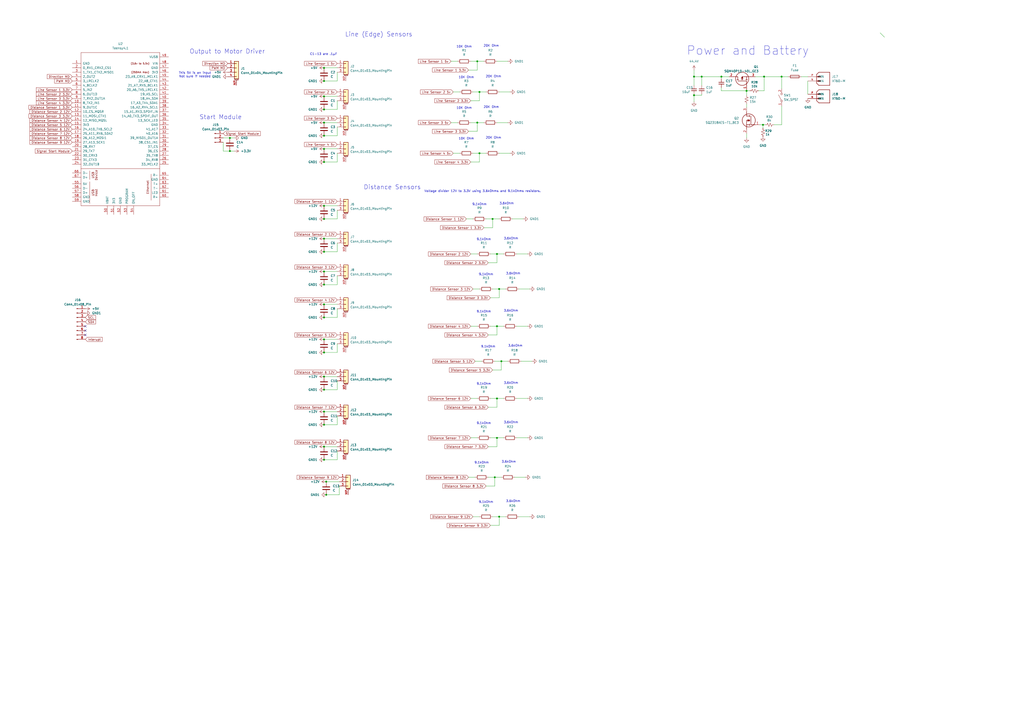
<source format=kicad_sch>
(kicad_sch (version 20231120) (generator "eeschema") (generator_version "8.0")
  (paper "A2")
  (junction (at 288.29 147.32))
  (junction (at 285.75 127))
  (junction (at 187.96 63.5))
  (junction (at 187.96 226.06))
  (junction (at 402.59 44.45))
  (junction (at 189.23 279.4))
  (junction (at 453.39 44.45))
  (junction (at 187.96 138.43))
  (junction (at 187.96 218.44))
  (junction (at 187.96 93.98))
  (junction (at 189.23 287.02))
  (junction (at 402.59 55.245))
  (junction (at 288.29 189.23))
  (junction (at 276.86 71.12))
  (junction (at 187.96 39.37))
  (junction (at 133.35 80.01))
  (junction (at 433.07 52.705))
  (junction (at 276.86 35.56))
  (junction (at 187.96 266.7))
  (junction (at 187.96 184.15))
  (junction (at 133.35 87.63))
  (junction (at 443.23 44.45))
  (junction (at 187.96 119.38))
  (junction (at 187.96 78.74))
  (junction (at 289.56 167.64))
  (junction (at 287.02 276.86))
  (junction (at 187.96 157.48))
  (junction (at 187.96 196.85))
  (junction (at 289.56 299.72))
  (junction (at 187.96 86.36))
  (junction (at 288.29 254))
  (junction (at 407.035 44.45))
  (junction (at 187.96 127))
  (junction (at 187.96 238.76))
  (junction (at 187.96 246.38))
  (junction (at 187.96 165.1))
  (junction (at 187.96 46.99))
  (junction (at 187.96 146.05))
  (junction (at 187.96 71.12))
  (junction (at 187.96 55.88))
  (junction (at 288.29 231.14))
  (junction (at 418.465 44.45))
  (junction (at 278.13 88.9))
  (junction (at 442.595 72.39))
  (junction (at 290.83 209.55))
  (junction (at 187.96 176.53))
  (junction (at 187.96 204.47))
  (junction (at 278.13 53.34))
  (junction (at 187.96 259.08))
  (no_connect (at 49.53 189.23))
  (no_connect (at 49.53 194.31))
  (no_connect (at 49.53 191.77))
  (bus_entry (at 510.54 19.05) (size 2.54 2.54))
  (wire (pts (xy 288.29 147.32) (xy 288.29 152.4)))
  (wire (pts (xy 289.56 53.34) (xy 295.91 53.34)))
  (wire (pts (xy 278.13 88.9) (xy 278.13 93.98)))
  (wire (pts (xy 195.58 121.92) (xy 195.58 127)))
  (wire (pts (xy 407.035 44.45) (xy 402.59 44.45)))
  (wire (pts (xy 261.62 71.12) (xy 265.43 71.12)))
  (wire (pts (xy 270.51 127) (xy 274.32 127)))
  (wire (pts (xy 273.05 35.56) (xy 276.86 35.56)))
  (wire (pts (xy 418.465 44.45) (xy 418.465 45.72)))
  (wire (pts (xy 187.96 55.88) (xy 195.58 55.88)))
  (wire (pts (xy 299.72 231.14) (xy 306.07 231.14)))
  (wire (pts (xy 275.59 209.55) (xy 279.4 209.55)))
  (wire (pts (xy 187.96 196.85) (xy 195.58 196.85)))
  (wire (pts (xy 289.56 167.64) (xy 289.56 172.72)))
  (wire (pts (xy 402.59 55.245) (xy 402.59 59.055)))
  (wire (pts (xy 278.13 53.34) (xy 278.13 58.42)))
  (wire (pts (xy 273.05 189.23) (xy 276.86 189.23)))
  (wire (pts (xy 276.86 35.56) (xy 280.67 35.56)))
  (wire (pts (xy 299.72 147.32) (xy 306.07 147.32)))
  (wire (pts (xy 290.83 214.63) (xy 285.75 214.63)))
  (wire (pts (xy 284.48 147.32) (xy 288.29 147.32)))
  (wire (pts (xy 285.75 299.72) (xy 289.56 299.72)))
  (wire (pts (xy 284.48 189.23) (xy 288.29 189.23)))
  (wire (pts (xy 133.35 80.01) (xy 129.54 80.01)))
  (wire (pts (xy 262.89 53.34) (xy 266.7 53.34)))
  (wire (pts (xy 261.62 35.56) (xy 265.43 35.56)))
  (wire (pts (xy 464.82 44.45) (xy 468.63 44.45)))
  (wire (pts (xy 195.58 179.07) (xy 195.58 184.15)))
  (wire (pts (xy 195.58 93.98) (xy 187.96 93.98)))
  (wire (pts (xy 187.96 119.38) (xy 195.58 119.38)))
  (wire (pts (xy 288.29 236.22) (xy 283.21 236.22)))
  (wire (pts (xy 278.13 58.42) (xy 273.05 58.42)))
  (wire (pts (xy 189.23 279.4) (xy 196.85 279.4)))
  (wire (pts (xy 281.94 127) (xy 285.75 127)))
  (wire (pts (xy 133.35 87.63) (xy 135.89 87.63)))
  (wire (pts (xy 290.83 209.55) (xy 294.64 209.55)))
  (wire (pts (xy 274.32 167.64) (xy 278.13 167.64)))
  (wire (pts (xy 300.99 167.64) (xy 307.34 167.64)))
  (wire (pts (xy 283.21 276.86) (xy 287.02 276.86)))
  (wire (pts (xy 278.13 53.34) (xy 281.94 53.34)))
  (wire (pts (xy 418.465 44.45) (xy 407.035 44.45)))
  (wire (pts (xy 187.96 71.12) (xy 195.58 71.12)))
  (wire (pts (xy 288.29 194.31) (xy 283.21 194.31)))
  (wire (pts (xy 274.32 53.34) (xy 278.13 53.34)))
  (wire (pts (xy 402.59 44.45) (xy 402.59 40.64)))
  (wire (pts (xy 195.58 140.97) (xy 195.58 146.05)))
  (wire (pts (xy 402.59 54.61) (xy 402.59 55.245)))
  (wire (pts (xy 195.58 73.66) (xy 195.58 78.74)))
  (wire (pts (xy 288.29 189.23) (xy 292.1 189.23)))
  (wire (pts (xy 289.56 167.64) (xy 293.37 167.64)))
  (wire (pts (xy 438.15 44.45) (xy 443.23 44.45)))
  (wire (pts (xy 285.75 127) (xy 285.75 132.08)))
  (wire (pts (xy 288.29 254) (xy 288.29 259.08)))
  (wire (pts (xy 187.96 39.37) (xy 195.58 39.37)))
  (wire (pts (xy 418.465 52.705) (xy 433.07 52.705)))
  (wire (pts (xy 196.85 281.94) (xy 196.85 287.02)))
  (wire (pts (xy 453.39 72.39) (xy 453.39 61.595)))
  (wire (pts (xy 448.945 72.39) (xy 453.39 72.39)))
  (wire (pts (xy 299.72 254) (xy 306.07 254)))
  (wire (pts (xy 289.56 304.8) (xy 284.48 304.8)))
  (wire (pts (xy 195.58 246.38) (xy 187.96 246.38)))
  (wire (pts (xy 187.96 176.53) (xy 195.58 176.53)))
  (wire (pts (xy 453.39 51.435) (xy 453.39 44.45)))
  (wire (pts (xy 288.29 254) (xy 292.1 254)))
  (wire (pts (xy 273.05 254) (xy 276.86 254)))
  (wire (pts (xy 129.54 82.55) (xy 129.54 87.63)))
  (wire (pts (xy 196.85 287.02) (xy 189.23 287.02)))
  (wire (pts (xy 287.02 276.86) (xy 287.02 281.94)))
  (wire (pts (xy 299.72 189.23) (xy 306.07 189.23)))
  (wire (pts (xy 274.32 88.9) (xy 278.13 88.9)))
  (wire (pts (xy 287.02 276.86) (xy 290.83 276.86)))
  (wire (pts (xy 407.035 55.245) (xy 402.59 55.245)))
  (wire (pts (xy 195.58 63.5) (xy 187.96 63.5)))
  (wire (pts (xy 195.58 204.47) (xy 187.96 204.47)))
  (wire (pts (xy 195.58 266.7) (xy 187.96 266.7)))
  (wire (pts (xy 443.23 44.45) (xy 453.39 44.45)))
  (wire (pts (xy 195.58 220.98) (xy 195.58 226.06)))
  (wire (pts (xy 453.39 44.45) (xy 457.2 44.45)))
  (wire (pts (xy 262.89 88.9) (xy 266.7 88.9)))
  (wire (pts (xy 284.48 231.14) (xy 288.29 231.14)))
  (wire (pts (xy 289.56 299.72) (xy 289.56 304.8)))
  (wire (pts (xy 129.54 87.63) (xy 133.35 87.63)))
  (wire (pts (xy 288.29 147.32) (xy 292.1 147.32)))
  (wire (pts (xy 288.29 189.23) (xy 288.29 194.31)))
  (wire (pts (xy 195.58 46.99) (xy 187.96 46.99)))
  (wire (pts (xy 187.96 86.36) (xy 195.58 86.36)))
  (wire (pts (xy 433.07 52.705) (xy 433.07 55.245)))
  (wire (pts (xy 274.32 299.72) (xy 278.13 299.72)))
  (wire (pts (xy 440.055 52.705) (xy 443.23 52.705)))
  (wire (pts (xy 289.56 88.9) (xy 295.91 88.9)))
  (wire (pts (xy 278.13 93.98) (xy 273.05 93.98)))
  (wire (pts (xy 195.58 41.91) (xy 195.58 46.99)))
  (wire (pts (xy 288.29 259.08) (xy 283.21 259.08)))
  (wire (pts (xy 288.29 152.4) (xy 283.21 152.4)))
  (wire (pts (xy 302.26 209.55) (xy 308.61 209.55)))
  (wire (pts (xy 273.05 231.14) (xy 276.86 231.14)))
  (wire (pts (xy 278.13 88.9) (xy 281.94 88.9)))
  (wire (pts (xy 187.96 157.48) (xy 195.58 157.48)))
  (wire (pts (xy 287.02 281.94) (xy 281.94 281.94)))
  (wire (pts (xy 407.035 44.45) (xy 407.035 49.53)))
  (wire (pts (xy 407.035 54.61) (xy 407.035 55.245)))
  (wire (pts (xy 187.96 138.43) (xy 195.58 138.43)))
  (wire (pts (xy 285.75 167.64) (xy 289.56 167.64)))
  (wire (pts (xy 443.23 52.705) (xy 443.23 44.45)))
  (wire (pts (xy 288.29 71.12) (xy 294.64 71.12)))
  (wire (pts (xy 187.96 238.76) (xy 195.58 238.76)))
  (wire (pts (xy 297.18 127) (xy 303.53 127)))
  (wire (pts (xy 285.75 132.08) (xy 280.67 132.08)))
  (wire (pts (xy 195.58 199.39) (xy 195.58 204.47)))
  (wire (pts (xy 402.59 49.53) (xy 402.59 44.45)))
  (wire (pts (xy 418.465 50.8) (xy 418.465 52.705)))
  (wire (pts (xy 289.56 299.72) (xy 293.37 299.72)))
  (wire (pts (xy 187.96 218.44) (xy 195.58 218.44)))
  (wire (pts (xy 195.58 146.05) (xy 187.96 146.05)))
  (wire (pts (xy 288.29 231.14) (xy 292.1 231.14)))
  (wire (pts (xy 195.58 184.15) (xy 187.96 184.15)))
  (wire (pts (xy 195.58 88.9) (xy 195.58 93.98)))
  (wire (pts (xy 442.595 72.39) (xy 442.595 74.295)))
  (wire (pts (xy 271.78 276.86) (xy 275.59 276.86)))
  (wire (pts (xy 300.99 299.72) (xy 307.34 299.72)))
  (wire (pts (xy 422.91 44.45) (xy 418.465 44.45)))
  (wire (pts (xy 433.07 60.325) (xy 433.07 62.23)))
  (wire (pts (xy 195.58 78.74) (xy 187.96 78.74)))
  (wire (pts (xy 195.58 165.1) (xy 187.96 165.1)))
  (wire (pts (xy 289.56 172.72) (xy 284.48 172.72)))
  (wire (pts (xy 276.86 35.56) (xy 276.86 40.64)))
  (wire (pts (xy 195.58 160.02) (xy 195.58 165.1)))
  (wire (pts (xy 288.29 35.56) (xy 294.64 35.56)))
  (wire (pts (xy 298.45 276.86) (xy 304.8 276.86)))
  (wire (pts (xy 195.58 226.06) (xy 187.96 226.06)))
  (wire (pts (xy 195.58 261.62) (xy 195.58 266.7)))
  (wire (pts (xy 276.86 71.12) (xy 276.86 76.2)))
  (wire (pts (xy 468.63 46.99) (xy 468.63 54.61)))
  (wire (pts (xy 433.07 52.705) (xy 434.975 52.705)))
  (wire (pts (xy 187.96 259.08) (xy 195.58 259.08)))
  (wire (pts (xy 433.07 52.07) (xy 433.07 52.705)))
  (wire (pts (xy 133.35 80.01) (xy 135.89 80.01)))
  (wire (pts (xy 195.58 127) (xy 187.96 127)))
  (wire (pts (xy 195.58 241.3) (xy 195.58 246.38)))
  (wire (pts (xy 195.58 58.42) (xy 195.58 63.5)))
  (wire (pts (xy 276.86 71.12) (xy 280.67 71.12)))
  (wire (pts (xy 276.86 40.64) (xy 271.78 40.64)))
  (wire (pts (xy 440.69 72.39) (xy 442.595 72.39)))
  (wire (pts (xy 287.02 209.55) (xy 290.83 209.55)))
  (wire (pts (xy 442.595 72.39) (xy 443.865 72.39)))
  (wire (pts (xy 276.86 76.2) (xy 271.78 76.2)))
  (wire (pts (xy 273.05 147.32) (xy 276.86 147.32)))
  (wire (pts (xy 273.05 71.12) (xy 276.86 71.12)))
  (wire (pts (xy 284.48 254) (xy 288.29 254)))
  (wire (pts (xy 285.75 127) (xy 289.56 127)))
  (wire (pts (xy 290.83 209.55) (xy 290.83 214.63)))
  (wire (pts (xy 433.07 77.47) (xy 433.07 80.01)))
  (wire (pts (xy 288.29 231.14) (xy 288.29 236.22)))
  (text "Output to Motor Driver" (at 131.826 29.972 0) (effects (font (size 2.54 2.54))))
  (text "This 5V is an input\nNot sure if needed" (at 113.03 43.434 0) (effects (font (size 1.27 1.27))))
  (text "3.6kOhm" (at 296.418 138.43 0) (effects (font (size 1.27 1.27))))
  (text "9.1kOhm" (at 280.67 245.618 0) (effects (font (size 1.27 1.27))))
  (text "20K Ohm" (at 284.988 26.67 0) (effects (font (size 1.27 1.27))))
  (text "Power and Battery\n" (at 433.832 29.464 0) (effects (font (size 5.08 5.08))))
  (text "9.1kOhm" (at 283.21 201.168 0) (effects (font (size 1.27 1.27))))
  (text "3.6kOhm" (at 293.878 118.11 0) (effects (font (size 1.27 1.27))))
  (text "9.1kOhm" (at 280.67 180.848 0) (effects (font (size 1.27 1.27))))
  (text "9.1kOhm" (at 281.94 291.338 0) (effects (font (size 1.27 1.27))))
  (text "3.6kOhm" (at 297.688 290.83 0) (effects (font (size 1.27 1.27))))
  (text "3.6kOhm" (at 297.688 158.75 0) (effects (font (size 1.27 1.27))))
  (text "9.1kOhm" (at 278.13 118.618 0) (effects (font (size 1.27 1.27))))
  (text "Start Module" (at 128.016 68.072 0) (effects (font (size 2.54 2.54))))
  (text "3.6kOhm" (at 296.418 180.34 0) (effects (font (size 1.27 1.27))))
  (text "9.1kOhm" (at 280.67 222.758 0) (effects (font (size 1.27 1.27))))
  (text "9.1kOhm" (at 280.67 138.938 0) (effects (font (size 1.27 1.27))))
  (text "10K Ohm" (at 269.24 27.178 0) (effects (font (size 1.27 1.27))))
  (text "10K Ohm" (at 270.51 80.518 0) (effects (font (size 1.27 1.27))))
  (text "Distance Sensors" (at 227.584 108.712 0) (effects (font (size 2.54 2.54))))
  (text "C1-13 are .1µF" (at 187.706 31.496 0) (effects (font (size 1.27 1.27))))
  (text "10K Ohm" (at 269.24 62.738 0) (effects (font (size 1.27 1.27))))
  (text "3.6kOhm" (at 295.148 267.97 0) (effects (font (size 1.27 1.27))))
  (text "20K Ohm" (at 286.258 44.45 0) (effects (font (size 1.27 1.27))))
  (text "20K Ohm" (at 286.258 80.01 0) (effects (font (size 1.27 1.27))))
  (text "Voltage divider 12V to 3.3V using 3.6kOhms and 9.1kOhms resistors.\n" (at 279.908 110.998 0) (effects (font (size 1.27 1.27))))
  (text "20K Ohm" (at 284.988 62.23 0) (effects (font (size 1.27 1.27))))
  (text "3.6kOhm" (at 298.958 200.66 0) (effects (font (size 1.27 1.27))))
  (text "10K Ohm" (at 270.51 44.958 0) (effects (font (size 1.27 1.27))))
  (text "9.1kOhm" (at 279.4 268.478 0) (effects (font (size 1.27 1.27))))
  (text "Line (Edge) Sensors" (at 219.71 20.066 0) (effects (font (size 2.54 2.54))))
  (text "9.1kOhm" (at 281.94 159.258 0) (effects (font (size 1.27 1.27))))
  (text "3.6kOhm" (at 296.418 245.11 0) (effects (font (size 1.27 1.27))))
  (text "3.6kOhm" (at 296.418 222.25 0) (effects (font (size 1.27 1.27))))
  (global_label "Distance Sensor 9 3.3V" (shape input) (at 284.48 304.8 180) (property "Intersheetrefs" "${INTERSHEET_REFS}" (effects (hide yes))))
  (global_label "Line Sensor 2 3.3V" (shape input) (at 41.91 54.61 180) (property "Intersheetrefs" "${INTERSHEET_REFS}" (effects (hide yes))))
  (global_label "Distance Sensor 4 3.3V" (shape input) (at 283.21 194.31 180) (property "Intersheetrefs" "${INTERSHEET_REFS}" (effects (hide yes))))
  (global_label "Distance Sensor 7 12V" (shape input) (at 41.91 77.47 180) (property "Intersheetrefs" "${INTERSHEET_REFS}" (effects (hide yes))))
  (global_label "Distance Sensor 3 3.3V" (shape input) (at 284.48 172.72 180) (property "Intersheetrefs" "${INTERSHEET_REFS}" (effects (hide yes))))
  (global_label "Distance Sensor 4 12V" (shape input) (at 273.05 189.23 180) (property "Intersheetrefs" "${INTERSHEET_REFS}" (effects (hide yes))))
  (global_label "Line Sensor 4 5v" (shape input) (at 195.58 83.82 180) (property "Intersheetrefs" "${INTERSHEET_REFS}" (effects (hide yes))))
  (global_label "Distance Sensor 2 3.3V" (shape input) (at 283.21 152.4 180) (property "Intersheetrefs" "${INTERSHEET_REFS}" (effects (hide yes))))
  (global_label "Distance Sensor 2 12V" (shape input) (at 273.05 147.32 180) (property "Intersheetrefs" "${INTERSHEET_REFS}" (effects (hide yes))))
  (global_label "Line Sensor 3 3.3V" (shape input) (at 271.78 76.2 180) (property "Intersheetrefs" "${INTERSHEET_REFS}" (effects (hide yes))))
  (global_label "SCL" (shape input) (at 49.53 184.15 0) (property "Intersheetrefs" "${INTERSHEET_REFS}" (effects (hide yes))))
  (global_label "Distance Sensor 1 3.3V" (shape input) (at 280.67 132.08 180) (property "Intersheetrefs" "${INTERSHEET_REFS}" (effects (hide yes))))
  (global_label "Line Sensor 1 3.3V" (shape input) (at 41.91 52.07 180) (property "Intersheetrefs" "${INTERSHEET_REFS}" (effects (hide yes))))
  (global_label "Line Sensor 3 3.3V" (shape input) (at 41.91 57.15 180) (property "Intersheetrefs" "${INTERSHEET_REFS}" (effects (hide yes))))
  (global_label "Distance Sensor 5 12V" (shape input) (at 41.91 72.39 180) (property "Intersheetrefs" "${INTERSHEET_REFS}" (effects (hide yes))))
  (global_label "Line Sensor 1 5v" (shape input) (at 195.58 36.83 180) (property "Intersheetrefs" "${INTERSHEET_REFS}" (effects (hide yes))))
  (global_label "Distance Sensor 9 12V" (shape input) (at 196.85 276.86 180) (property "Intersheetrefs" "${INTERSHEET_REFS}" (effects (hide yes))))
  (global_label "Distance Sensor 9 12V" (shape input) (at 41.91 82.55 180) (property "Intersheetrefs" "${INTERSHEET_REFS}" (effects (hide yes))))
  (global_label "Distance Sensor 8 3.3V" (shape input) (at 281.94 281.94 180) (property "Intersheetrefs" "${INTERSHEET_REFS}" (effects (hide yes))))
  (global_label "Line Sensor 4 3.3V" (shape input) (at 41.91 59.69 180) (property "Intersheetrefs" "${INTERSHEET_REFS}" (effects (hide yes))))
  (global_label "Distance Sensor 6 12V" (shape input) (at 273.05 231.14 180) (property "Intersheetrefs" "${INTERSHEET_REFS}" (effects (hide yes))))
  (global_label "Distance Sensor 7 12V" (shape input) (at 195.58 236.22 180) (property "Intersheetrefs" "${INTERSHEET_REFS}" (effects (hide yes))))
  (global_label "Line Sensor 4 5v" (shape input) (at 262.89 88.9 180) (property "Intersheetrefs" "${INTERSHEET_REFS}" (effects (hide yes))))
  (global_label "Distance Sensor 6 12V" (shape input) (at 41.91 74.93 180) (property "Intersheetrefs" "${INTERSHEET_REFS}" (effects (hide yes))))
  (global_label "Distance Sensor 2 12V" (shape input) (at 41.91 64.77 180) (property "Intersheetrefs" "${INTERSHEET_REFS}" (effects (hide yes))))
  (global_label "PWM MD" (shape input) (at 132.08 39.37 180) (property "Intersheetrefs" "${INTERSHEET_REFS}" (effects (hide yes))))
  (global_label "Distance Sensor 1 12V" (shape input) (at 270.51 127 180) (property "Intersheetrefs" "${INTERSHEET_REFS}" (effects (hide yes))))
  (global_label "Line Sensor 2 5v" (shape input) (at 195.58 53.34 180) (property "Intersheetrefs" "${INTERSHEET_REFS}" (effects (hide yes))))
  (global_label "Distance Sensor 8 12V" (shape input) (at 271.78 276.86 180) (property "Intersheetrefs" "${INTERSHEET_REFS}" (effects (hide yes))))
  (global_label "Distance Sensor 3 12V" (shape input) (at 274.32 167.64 180) (property "Intersheetrefs" "${INTERSHEET_REFS}" (effects (hide yes))))
  (global_label "Line Sensor 4 3.3V" (shape input) (at 273.05 93.98 180) (property "Intersheetrefs" "${INTERSHEET_REFS}" (effects (hide yes))))
  (global_label "Distance Sensor 8 12V" (shape input) (at 41.91 80.01 180) (property "Intersheetrefs" "${INTERSHEET_REFS}" (effects (hide yes))))
  (global_label "Line Sensor 1 5v" (shape input) (at 261.62 35.56 180) (property "Intersheetrefs" "${INTERSHEET_REFS}" (effects (hide yes))))
  (global_label "Line Sensor 1 3.3V" (shape input) (at 271.78 40.64 180) (property "Intersheetrefs" "${INTERSHEET_REFS}" (effects (hide yes))))
  (global_label "Distance Sensor 9 12V" (shape input) (at 274.32 299.72 180) (property "Intersheetrefs" "${INTERSHEET_REFS}" (effects (hide yes))))
  (global_label "Interupt" (shape input) (at 49.53 196.85 0) (property "Intersheetrefs" "${INTERSHEET_REFS}" (effects (hide yes))))
  (global_label "Distance Sensor 3 12V" (shape input) (at 195.58 154.94 180) (property "Intersheetrefs" "${INTERSHEET_REFS}" (effects (hide yes))))
  (global_label "Distance Sensor 7 12V" (shape input) (at 273.05 254 180) (property "Intersheetrefs" "${INTERSHEET_REFS}" (effects (hide yes))))
  (global_label "Distance Sensor 5 12V" (shape input) (at 275.59 209.55 180) (property "Intersheetrefs" "${INTERSHEET_REFS}" (effects (hide yes))))
  (global_label "SDA" (shape input) (at 49.53 186.69 0) (property "Intersheetrefs" "${INTERSHEET_REFS}" (effects (hide yes))))
  (global_label "Signal Start Module" (shape input) (at 41.91 87.63 180) (property "Intersheetrefs" "${INTERSHEET_REFS}" (effects (hide yes))))
  (global_label "Line Sensor 3 5v" (shape input) (at 195.58 68.58 180) (property "Intersheetrefs" "${INTERSHEET_REFS}" (effects (hide yes))))
  (global_label "Distance Sensor 5 12V" (shape input) (at 195.58 194.31 180) (property "Intersheetrefs" "${INTERSHEET_REFS}" (effects (hide yes))))
  (global_label "Line Sensor 2 3.3V" (shape input) (at 273.05 58.42 180) (property "Intersheetrefs" "${INTERSHEET_REFS}" (effects (hide yes))))
  (global_label "Distance Sensor 1 12V" (shape input) (at 195.58 116.84 180) (property "Intersheetrefs" "${INTERSHEET_REFS}" (effects (hide yes))))
  (global_label "Distance Sensor 7 3.3V" (shape input) (at 283.21 259.08 180) (property "Intersheetrefs" "${INTERSHEET_REFS}" (effects (hide yes))))
  (global_label "Distance Sensor 5 3.3V" (shape input) (at 285.75 214.63 180) (property "Intersheetrefs" "${INTERSHEET_REFS}" (effects (hide yes))))
  (global_label "Distance Sensor 4 12V" (shape input) (at 195.58 173.99 180) (property "Intersheetrefs" "${INTERSHEET_REFS}" (effects (hide yes))))
  (global_label "Distance Sensor 6 3.3V" (shape input) (at 283.21 236.22 180) (property "Intersheetrefs" "${INTERSHEET_REFS}" (effects (hide yes))))
  (global_label "Direction MD" (shape input) (at 41.91 44.45 180) (property "Intersheetrefs" "${INTERSHEET_REFS}" (effects (hide yes))))
  (global_label "Distance Sensor 1 3.3V" (shape input) (at 41.91 62.23 180) (property "Intersheetrefs" "${INTERSHEET_REFS}" (effects (hide yes))))
  (global_label "Distance Sensor 4 12V" (shape input) (at 41.91 69.85 180) (property "Intersheetrefs" "${INTERSHEET_REFS}" (effects (hide yes))))
  (global_label "Direction MD" (shape input) (at 132.08 36.83 180) (property "Intersheetrefs" "${INTERSHEET_REFS}" (effects (hide yes))))
  (global_label "Distance Sensor 3 3.3V" (shape input) (at 41.91 67.31 180) (property "Intersheetrefs" "${INTERSHEET_REFS}" (effects (hide yes))))
  (global_label "Distance Sensor 6 12V" (shape input) (at 195.58 215.9 180) (property "Intersheetrefs" "${INTERSHEET_REFS}" (effects (hide yes))))
  (global_label "Distance Sensor 8 12V" (shape input) (at 195.58 256.54 180) (property "Intersheetrefs" "${INTERSHEET_REFS}" (effects (hide yes))))
  (global_label "Distance Sensor 2 12V" (shape input) (at 195.58 135.89 180) (property "Intersheetrefs" "${INTERSHEET_REFS}" (effects (hide yes))))
  (global_label "Signal Start Module" (shape input) (at 129.54 77.47 0) (property "Intersheetrefs" "${INTERSHEET_REFS}" (effects (hide yes))))
  (global_label "Line Sensor 2 5v" (shape input) (at 262.89 53.34 180) (property "Intersheetrefs" "${INTERSHEET_REFS}" (effects (hide yes))))
  (global_label "Line Sensor 3 5v" (shape input) (at 261.62 71.12 180) (property "Intersheetrefs" "${INTERSHEET_REFS}" (effects (hide yes))))
  (global_label "PWM MD" (shape input) (at 41.91 46.99 180) (property "Intersheetrefs" "${INTERSHEET_REFS}" (effects (hide yes))))
  (symbol (lib_id "Device:C") (at 133.35 83.82 180) (unit 1)
    (property "Reference" "C14" (at 137.16 82.5499 0) (effects (justify right)))
    (property "Value" "C" (at 137.16 85.0899 0) (effects (justify right)))
    (property "Description" "Unpolarized capacitor" (effects (hide yes)))
  )
  (symbol (lib_id "Connector_Generic_MountingPin:Conn_01x03_MountingPin") (at 201.93 279.4 0) (unit 1)
    (property "Reference" "J14" (at 204.47 278.4855 0) (effects (justify left)))
    (property "Value" "Conn_01x03_MountingPin" (at 204.47 281.0255 0) (effects (justify left)))
    (property "Description" "Generic connectable mounting pin connector, single row, 01x03, script generated (kicad-library-utils/schlib/autogen/connector/)" (effects (hide yes)))
  )
  (symbol (lib_id "power:+12V") (at 187.96 238.76 90) (unit 1)
    (property "Reference" "#PWR027" (effects (hide yes)))
    (property "Value" "+12V" (at 184.15 238.7599 90) (effects (justify left)))
    (property "Description" "Power symbol creates a global label with name \"+12V\"" (effects (hide yes)))
  )
  (symbol (lib_id "power:GND1") (at 295.91 88.9 90) (unit 1)
    (property "Reference" "#PWR014" (effects (hide yes)))
    (property "Value" "GND1" (at 299.72 88.8999 90) (effects (justify right)))
    (property "Description" "Power symbol creates a global label with name \"GND1\" , ground" (effects (hide yes)))
  )
  (symbol (lib_id "Connector_Generic_MountingPin:Conn_01x03_MountingPin") (at 200.66 71.12 0) (unit 1)
    (property "Reference" "J4" (at 203.2 70.2055 0) (effects (justify left)))
    (property "Value" "Conn_01x03_MountingPin" (at 203.2 72.7455 0) (effects (justify left)))
    (property "Description" "Generic connectable mounting pin connector, single row, 01x03, script generated (kicad-library-utils/schlib/autogen/connector/)" (effects (hide yes)))
  )
  (symbol (lib_id "power:GND1") (at 304.8 276.86 90) (unit 1)
    (property "Reference" "#PWR040" (effects (hide yes)))
    (property "Value" "GND1" (at 308.61 276.8599 90) (effects (justify right)))
    (property "Description" "Power symbol creates a global label with name \"GND1\" , ground" (effects (hide yes)))
  )
  (symbol (lib_id "Device:R") (at 294.64 276.86 90) (unit 1)
    (property "Reference" "R24" (at 294.64 270.51 90))
    (property "Value" "R" (at 294.64 273.05 90))
    (property "Description" "Resistor" (effects (hide yes)))
  )
  (symbol (lib_id "Device:R") (at 298.45 209.55 90) (unit 1)
    (property "Reference" "R18" (at 298.45 203.2 90))
    (property "Value" "R" (at 298.45 205.74 90))
    (property "Description" "Resistor" (effects (hide yes)))
  )
  (symbol (lib_id "Device:R") (at 295.91 231.14 90) (unit 1)
    (property "Reference" "R20" (at 295.91 224.79 90))
    (property "Value" "R" (at 295.91 227.33 90))
    (property "Description" "Resistor" (effects (hide yes)))
  )
  (symbol (lib_id "Device:R") (at 295.91 254 90) (unit 1)
    (property "Reference" "R22" (at 295.91 247.65 90))
    (property "Value" "R" (at 295.91 250.19 90))
    (property "Description" "Resistor" (effects (hide yes)))
  )
  (symbol (lib_id "Device:C_Small") (at 418.465 48.26 0) (unit 1)
    (property "Reference" "C17" (at 421.005 46.9963 0) (effects (justify left)))
    (property "Value" "1uF" (at 421.005 49.5363 0) (effects (justify left)))
    (property "Footprint" "Capacitor_SMD:C_0805_2012Metric_Pad1.18x1.45mm_HandSolder" (effects (hide yes)))
  )
  (symbol (lib_id "power:GND1") (at 187.96 46.99 270) (unit 1)
    (property "Reference" "#PWR04" (effects (hide yes)))
    (property "Value" "GND1" (at 184.15 46.9899 90) (effects (justify right)))
    (property "Description" "Power symbol creates a global label with name \"GND1\" , ground" (effects (hide yes)))
  )
  (symbol (lib_id "Device:C") (at 187.96 161.29 0) (unit 1)
    (property "Reference" "C7" (at 191.77 160.0199 0) (effects (justify left)))
    (property "Value" "C" (at 191.77 162.5599 0) (effects (justify left)))
    (property "Description" "Unpolarized capacitor" (effects (hide yes)))
  )
  (symbol (lib_id "Connector_Generic_MountingPin:Conn_01x03_MountingPin") (at 200.66 39.37 0) (unit 1)
    (property "Reference" "J2" (at 203.2 38.4555 0) (effects (justify left)))
    (property "Value" "Conn_01x03_MountingPin" (at 203.2 40.9955 0) (effects (justify left)))
    (property "Description" "Generic connectable mounting pin connector, single row, 01x03, script generated (kicad-library-utils/schlib/autogen/connector/)" (effects (hide yes)))
  )
  (symbol (lib_id "Device:C") (at 187.96 222.25 0) (unit 1)
    (property "Reference" "C10" (at 191.77 220.9799 0) (effects (justify left)))
    (property "Value" "C" (at 191.77 223.5199 0) (effects (justify left)))
    (property "Description" "Unpolarized capacitor" (effects (hide yes)))
  )
  (symbol (lib_id "Device:R") (at 269.24 35.56 90) (unit 1)
    (property "Reference" "R1" (at 269.24 29.21 90))
    (property "Value" "R" (at 269.24 31.75 90))
    (property "Description" "Resistor" (effects (hide yes)))
  )
  (symbol (lib_id "power:GND1") (at 306.07 231.14 90) (unit 1)
    (property "Reference" "#PWR038" (effects (hide yes)))
    (property "Value" "GND1" (at 309.88 231.1399 90) (effects (justify right)))
    (property "Description" "Power symbol creates a global label with name \"GND1\" , ground" (effects (hide yes)))
  )
  (symbol (lib_id "Connector_Generic_MountingPin:Conn_01x03_MountingPin") (at 200.66 176.53 0) (unit 1)
    (property "Reference" "J9" (at 203.2 175.6155 0) (effects (justify left)))
    (property "Value" "Conn_01x03_MountingPin" (at 203.2 178.1555 0) (effects (justify left)))
    (property "Description" "Generic connectable mounting pin connector, single row, 01x03, script generated (kicad-library-utils/schlib/autogen/connector/)" (effects (hide yes)))
  )
  (symbol (lib_id "Device:R") (at 278.13 127 90) (unit 1)
    (property "Reference" "R9" (at 278.13 120.65 90))
    (property "Value" "R" (at 278.13 123.19 90))
    (property "Description" "Resistor" (effects (hide yes)))
  )
  (symbol (lib_id "Device:C") (at 187.96 200.66 0) (unit 1)
    (property "Reference" "C9" (at 191.77 199.3899 0) (effects (justify left)))
    (property "Value" "C" (at 191.77 201.9299 0) (effects (justify left)))
    (property "Description" "Unpolarized capacitor" (effects (hide yes)))
  )
  (symbol (lib_id "Device:R") (at 285.75 88.9 90) (unit 1)
    (property "Reference" "R8" (at 285.75 82.55 90))
    (property "Value" "R" (at 285.75 85.09 90))
    (property "Description" "Resistor" (effects (hide yes)))
  )
  (symbol (lib_id "power:+12V") (at 187.96 119.38 90) (unit 1)
    (property "Reference" "#PWR015" (effects (hide yes)))
    (property "Value" "+12V" (at 184.15 119.3799 90) (effects (justify left)))
    (property "Description" "Power symbol creates a global label with name \"+12V\"" (effects (hide yes)))
  )
  (symbol (lib_id "Connector_Generic_MountingPin:Conn_01x03_MountingPin") (at 200.66 218.44 0) (unit 1)
    (property "Reference" "J11" (at 203.2 217.5255 0) (effects (justify left)))
    (property "Value" "Conn_01x03_MountingPin" (at 203.2 220.0655 0) (effects (justify left)))
    (property "Description" "Generic connectable mounting pin connector, single row, 01x03, script generated (kicad-library-utils/schlib/autogen/connector/)" (effects (hide yes)))
  )
  (symbol (lib_id "Connector:Conn_01x08_Pin") (at 44.45 186.69 0) (unit 1)
    (property "Reference" "J16" (at 45.085 173.99 0))
    (property "Value" "Conn_01x08_Pin" (at 45.085 176.53 0))
    (property "Description" "Generic connector, single row, 01x08, script generated" (effects (hide yes)))
  )
  (symbol (lib_id "Device:R") (at 295.91 147.32 90) (unit 1)
    (property "Reference" "R12" (at 295.91 140.97 90))
    (property "Value" "R" (at 295.91 143.51 90))
    (property "Description" "Resistor" (effects (hide yes)))
  )
  (symbol (lib_id "Device:C") (at 187.96 123.19 0) (unit 1)
    (property "Reference" "C5" (at 191.77 121.9199 0) (effects (justify left)))
    (property "Value" "C" (at 191.77 124.4599 0) (effects (justify left)))
    (property "Description" "Unpolarized capacitor" (effects (hide yes)))
  )
  (symbol (lib_id "Connector_Generic_MountingPin:Conn_01x04_MountingPin") (at 137.16 39.37 0) (unit 1)
    (property "Reference" "J1" (at 139.7 39.7255 0) (effects (justify left)))
    (property "Value" "Conn_01x04_MountingPin" (at 139.7 42.2655 0) (effects (justify left)))
    (property "Footprint" "Connector_JST:JST_PH_B4B-PH-SM4-TB_1x04-1MP_P2.00mm_Vertical" (effects (hide yes)))
    (property "Description" "Generic connectable mounting pin connector, single row, 01x04, script generated (kicad-library-utils/schlib/autogen/connector/)" (effects (hide yes)))
  )
  (symbol (lib_id "power:+5V") (at 187.96 86.36 90) (unit 1)
    (property "Reference" "#PWR09" (effects (hide yes)))
    (property "Value" "+5V" (at 184.15 86.3599 90) (effects (justify left)))
    (property "Description" "Power symbol creates a global label with name \"+5V\"" (effects (hide yes)))
  )
  (symbol (lib_id "power:GND1") (at 187.96 184.15 270) (unit 1)
    (property "Reference" "#PWR022" (effects (hide yes)))
    (property "Value" "GND1" (at 184.15 184.1499 90) (effects (justify right)))
    (property "Description" "Power symbol creates a global label with name \"GND1\" , ground" (effects (hide yes)))
  )
  (symbol (lib_id "power:+5V") (at 187.96 71.12 90) (unit 1)
    (property "Reference" "#PWR07" (effects (hide yes)))
    (property "Value" "+5V" (at 184.15 71.1199 90) (effects (justify left)))
    (property "Description" "Power symbol creates a global label with name \"+5V\"" (effects (hide yes)))
  )
  (symbol (lib_id "Device:C_Small") (at 407.035 52.07 0) (unit 1)
    (property "Reference" "C16" (at 409.575 50.8063 0) (effects (justify left)))
    (property "Value" "1uF" (at 409.575 53.3463 0) (effects (justify left)))
    (property "Footprint" "Capacitor_SMD:C_0805_2012Metric_Pad1.18x1.45mm_HandSolder" (effects (hide yes)))
  )
  (symbol (lib_id "power:GND1") (at 187.96 127 270) (unit 1)
    (property "Reference" "#PWR016" (effects (hide yes)))
    (property "Value" "GND1" (at 184.15 126.9999 90) (effects (justify right)))
    (property "Description" "Power symbol creates a global label with name \"GND1\" , ground" (effects (hide yes)))
  )
  (symbol (lib_id "power:GND1") (at 187.96 146.05 270) (unit 1)
    (property "Reference" "#PWR018" (effects (hide yes)))
    (property "Value" "GND1" (at 184.15 146.0499 90) (effects (justify right)))
    (property "Description" "Power symbol creates a global label with name \"GND1\" , ground" (effects (hide yes)))
  )
  (symbol (lib_id "power:GND1") (at 308.61 209.55 90) (unit 1)
    (property "Reference" "#PWR037" (effects (hide yes)))
    (property "Value" "GND1" (at 312.42 209.5499 90) (effects (justify right)))
    (property "Description" "Power symbol creates a global label with name \"GND1\" , ground" (effects (hide yes)))
  )
  (symbol (lib_id "Device:C") (at 187.96 142.24 0) (unit 1)
    (property "Reference" "C6" (at 191.77 140.9699 0) (effects (justify left)))
    (property "Value" "C" (at 191.77 143.5099 0) (effects (justify left)))
    (property "Description" "Unpolarized capacitor" (effects (hide yes)))
  )
  (symbol (lib_id "Device:C") (at 187.96 180.34 0) (unit 1)
    (property "Reference" "C8" (at 191.77 179.0699 0) (effects (justify left)))
    (property "Value" "C" (at 191.77 181.6099 0) (effects (justify left)))
    (property "Description" "Unpolarized capacitor" (effects (hide yes)))
  )
  (symbol (lib_id "power:GND1") (at 306.07 147.32 90) (unit 1)
    (property "Reference" "#PWR034" (effects (hide yes)))
    (property "Value" "GND1" (at 309.88 147.3199 90) (effects (justify right)))
    (property "Description" "Power symbol creates a global label with name \"GND1\" , ground" (effects (hide yes)))
  )
  (symbol (lib_id "Device:R_Small_US") (at 437.515 52.705 90) (unit 1)
    (property "Reference" "R28" (at 437.642 47.752 90))
    (property "Value" "10k" (at 437.642 50.038 90))
    (property "Footprint" "Resistor_SMD:R_0805_2012Metric_Pad1.20x1.40mm_HandSolder" (effects (hide yes)))
  )
  (symbol (lib_id "power:GND1") (at 187.96 226.06 270) (unit 1)
    (property "Reference" "#PWR026" (effects (hide yes)))
    (property "Value" "GND1" (at 184.15 226.0599 90) (effects (justify right)))
    (property "Description" "Power symbol creates a global label with name \"GND1\" , ground" (effects (hide yes)))
  )
  (symbol (lib_id "Device:R") (at 297.18 299.72 90) (unit 1)
    (property "Reference" "R26" (at 297.18 293.37 90))
    (property "Value" "R" (at 297.18 295.91 90))
    (property "Description" "Resistor" (effects (hide yes)))
  )
  (symbol (lib_id "Device:R") (at 269.24 71.12 90) (unit 1)
    (property "Reference" "R5" (at 269.24 64.77 90))
    (property "Value" "R" (at 269.24 67.31 90))
    (property "Description" "Resistor" (effects (hide yes)))
  )
  (symbol (lib_id "power:+12V") (at 187.96 196.85 90) (unit 1)
    (property "Reference" "#PWR023" (effects (hide yes)))
    (property "Value" "+12V" (at 184.15 196.8499 90) (effects (justify left)))
    (property "Description" "Power symbol creates a global label with name \"+12V\"" (effects (hide yes)))
  )
  (symbol (lib_id "power:GND1") (at 49.53 181.61 90) (unit 1)
    (property "Reference" "#PWR050" (effects (hide yes)))
    (property "Value" "GND1" (at 53.34 181.6099 90) (effects (justify right)))
    (property "Description" "Power symbol creates a global label with name \"GND1\" , ground" (effects (hide yes)))
  )
  (symbol (lib_id "power:+12V") (at 187.96 259.08 90) (unit 1)
    (property "Reference" "#PWR029" (effects (hide yes)))
    (property "Value" "+12V" (at 184.15 259.0799 90) (effects (justify left)))
    (property "Description" "Power symbol creates a global label with name \"+12V\"" (effects (hide yes)))
  )
  (symbol (lib_id "Device:R") (at 279.4 276.86 90) (unit 1)
    (property "Reference" "R23" (at 279.4 270.51 90))
    (property "Value" "R" (at 279.4 273.05 90))
    (property "Description" "Resistor" (effects (hide yes)))
  )
  (symbol (lib_id "power:GND1") (at 295.91 53.34 90) (unit 1)
    (property "Reference" "#PWR012" (effects (hide yes)))
    (property "Value" "GND1" (at 299.72 53.3399 90) (effects (justify right)))
    (property "Description" "Power symbol creates a global label with name \"GND1\" , ground" (effects (hide yes)))
  )
  (symbol (lib_id "power:GND1") (at 189.23 287.02 270) (unit 1)
    (property "Reference" "#PWR032" (effects (hide yes)))
    (property "Value" "GND1" (at 185.42 287.0199 90) (effects (justify right)))
    (property "Description" "Power symbol creates a global label with name \"GND1\" , ground" (effects (hide yes)))
  )
  (symbol (lib_id "Device:C") (at 187.96 242.57 0) (unit 1)
    (property "Reference" "C11" (at 191.77 241.2999 0) (effects (justify left)))
    (property "Value" "C" (at 191.77 243.8399 0) (effects (justify left)))
    (property "Description" "Unpolarized capacitor" (effects (hide yes)))
  )
  (symbol (lib_id "Device:R") (at 284.48 35.56 90) (unit 1)
    (property "Reference" "R2" (at 284.48 29.21 90))
    (property "Value" "R" (at 284.48 31.75 90))
    (property "Description" "Resistor" (effects (hide yes)))
  )
  (symbol (lib_id "Device:C") (at 187.96 74.93 0) (unit 1)
    (property "Reference" "C3" (at 191.77 73.6599 0) (effects (justify left)))
    (property "Value" "C" (at 191.77 76.1999 0) (effects (justify left)))
    (property "Description" "Unpolarized capacitor" (effects (hide yes)))
  )
  (symbol (lib_id "Connector_Generic_MountingPin:Conn_01x03_MountingPin") (at 200.66 157.48 0) (unit 1)
    (property "Reference" "J8" (at 203.2 156.5655 0) (effects (justify left)))
    (property "Value" "Conn_01x03_MountingPin" (at 203.2 159.1055 0) (effects (justify left)))
    (property "Description" "Generic connectable mounting pin connector, single row, 01x03, script generated (kicad-library-utils/schlib/autogen/connector/)" (effects (hide yes)))
  )
  (symbol (lib_id "power:GND1") (at 294.64 35.56 90) (unit 1)
    (property "Reference" "#PWR011" (effects (hide yes)))
    (property "Value" "GND1" (at 298.45 35.5599 90) (effects (justify right)))
    (property "Description" "Power symbol creates a global label with name \"GND1\" , ground" (effects (hide yes)))
  )
  (symbol (lib_id "Connector_Generic_MountingPin:Conn_01x03_MountingPin") (at 200.66 55.88 0) (unit 1)
    (property "Reference" "J3" (at 203.2 54.9655 0) (effects (justify left)))
    (property "Value" "Conn_01x03_MountingPin" (at 203.2 57.5055 0) (effects (justify left)))
    (property "Description" "Generic connectable mounting pin connector, single row, 01x03, script generated (kicad-library-utils/schlib/autogen/connector/)" (effects (hide yes)))
  )
  (symbol (lib_id "Device:R") (at 280.67 147.32 90) (unit 1)
    (property "Reference" "R11" (at 280.67 140.97 90))
    (property "Value" "R" (at 280.67 143.51 90))
    (property "Description" "Resistor" (effects (hide yes)))
  )
  (symbol (lib_id "Connector:Conn_01x03_Pin") (at 124.46 80.01 0) (unit 1)
    (property "Reference" "J15" (at 125.095 72.39 0))
    (property "Value" "Conn_01x03_Pin" (at 125.095 74.93 0))
    (property "Footprint" "Connector:FanPinHeader_1x03_P2.54mm_Vertical" (effects (hide yes)))
  )
  (symbol (lib_name "GND_1") (lib_id "power:GND") (at 433.07 80.01 0) (unit 1)
    (property "Reference" "#PWR046" (effects (hide yes)))
    (property "Value" "GND" (at 433.07 85.09 0))
  )
  (symbol (lib_name "GND_1") (lib_id "power:GND") (at 468.63 57.15 0) (unit 1)
    (property "Reference" "#PWR048" (effects (hide yes)))
    (property "Value" "GND" (at 468.63 62.23 0))
  )
  (symbol (lib_id "power:GND1") (at 187.96 165.1 270) (unit 1)
    (property "Reference" "#PWR020" (effects (hide yes)))
    (property "Value" "GND1" (at 184.15 165.0999 90) (effects (justify right)))
    (property "Description" "Power symbol creates a global label with name \"GND1\" , ground" (effects (hide yes)))
  )
  (symbol (lib_id "power:+12V") (at 187.96 138.43 90) (unit 1)
    (property "Reference" "#PWR017" (effects (hide yes)))
    (property "Value" "+12V" (at 184.15 138.4299 90) (effects (justify left)))
    (property "Description" "Power symbol creates a global label with name \"+12V\"" (effects (hide yes)))
  )
  (symbol (lib_id "power:GND1") (at 306.07 254 90) (unit 1)
    (property "Reference" "#PWR039" (effects (hide yes)))
    (property "Value" "GND1" (at 309.88 253.9999 90) (effects (justify right)))
    (property "Description" "Power symbol creates a global label with name \"GND1\" , ground" (effects (hide yes)))
  )
  (symbol (lib_id "power:+12V") (at 187.96 218.44 90) (unit 1)
    (property "Reference" "#PWR025" (effects (hide yes)))
    (property "Value" "+12V" (at 184.15 218.4399 90) (effects (justify left)))
    (property "Description" "Power symbol creates a global label with name \"+12V\"" (effects (hide yes)))
  )
  (symbol (lib_id "power:+12V") (at 189.23 279.4 90) (unit 1)
    (property "Reference" "#PWR031" (effects (hide yes)))
    (property "Value" "+12V" (at 185.42 279.3999 90) (effects (justify left)))
    (property "Description" "Power symbol creates a global label with name \"+12V\"" (effects (hide yes)))
  )
  (symbol (lib_id "power:GND1") (at 187.96 246.38 270) (unit 1)
    (property "Reference" "#PWR028" (effects (hide yes)))
    (property "Value" "GND1" (at 184.15 246.3799 90) (effects (justify right)))
    (property "Description" "Power symbol creates a global label with name \"GND1\" , ground" (effects (hide yes)))
  )
  (symbol (lib_id "Device:R") (at 284.48 71.12 90) (unit 1)
    (property "Reference" "R6" (at 284.48 64.77 90))
    (property "Value" "R" (at 284.48 67.31 90))
    (property "Description" "Resistor" (effects (hide yes)))
  )
  (symbol (lib_id "power:GND1") (at 306.07 189.23 90) (unit 1)
    (property "Reference" "#PWR036" (effects (hide yes)))
    (property "Value" "GND1" (at 309.88 189.2299 90) (effects (justify right)))
    (property "Description" "Power symbol creates a global label with name \"GND1\" , ground" (effects (hide yes)))
  )
  (symbol (lib_id "power:GND1") (at 307.34 299.72 90) (unit 1)
    (property "Reference" "#PWR041" (effects (hide yes)))
    (property "Value" "GND1" (at 311.15 299.7199 90) (effects (justify right)))
    (property "Description" "Power symbol creates a global label with name \"GND1\" , ground" (effects (hide yes)))
  )
  (symbol (lib_id "Device:R") (at 297.18 167.64 90) (unit 1)
    (property "Reference" "R14" (at 297.18 161.29 90))
    (property "Value" "R" (at 297.18 163.83 90))
    (property "Description" "Resistor" (effects (hide yes)))
  )
  (symbol (lib_id "power:GND1") (at 303.53 127 90) (unit 1)
    (property "Reference" "#PWR033" (effects (hide yes)))
    (property "Value" "GND1" (at 307.34 126.9999 90) (effects (justify right)))
    (property "Description" "Power symbol creates a global label with name \"GND1\" , ground" (effects (hide yes)))
  )
  (symbol (lib_id "Device:R") (at 285.75 53.34 90) (unit 1)
    (property "Reference" "R4" (at 285.75 46.99 90))
    (property "Value" "R" (at 285.75 49.53 90))
    (property "Description" "Resistor" (effects (hide yes)))
  )
  (symbol (lib_name "GND_1") (lib_id "power:GND") (at 442.595 79.375 0) (unit 1)
    (property "Reference" "#PWR047" (effects (hide yes)))
    (property "Value" "GND" (at 442.595 84.455 0))
  )
  (symbol (lib_id "Connector_Generic_MountingPin:Conn_01x03_MountingPin") (at 200.66 138.43 0) (unit 1)
    (property "Reference" "J7" (at 203.2 137.5155 0) (effects (justify left)))
    (property "Value" "Conn_01x03_MountingPin" (at 203.2 140.0555 0) (effects (justify left)))
    (property "Description" "Generic connectable mounting pin connector, single row, 01x03, script generated (kicad-library-utils/schlib/autogen/connector/)" (effects (hide yes)))
  )
  (symbol (lib_id "Device:R") (at 280.67 254 90) (unit 1)
    (property "Reference" "R21" (at 280.67 247.65 90))
    (property "Value" "R" (at 280.67 250.19 90))
    (property "Description" "Resistor" (effects (hide yes)))
  )
  (symbol (lib_id "power:GND1") (at 187.96 93.98 270) (unit 1)
    (property "Reference" "#PWR010" (effects (hide yes)))
    (property "Value" "GND1" (at 184.15 93.9799 90) (effects (justify right)))
    (property "Description" "Power symbol creates a global label with name \"GND1\" , ground" (effects (hide yes)))
  )
  (symbol (lib_id "Connector_Generic_MountingPin:Conn_01x03_MountingPin") (at 200.66 238.76 0) (unit 1)
    (property "Reference" "J12" (at 203.2 237.8455 0) (effects (justify left)))
    (property "Value" "Conn_01x03_MountingPin" (at 203.2 240.3855 0) (effects (justify left)))
    (property "Description" "Generic connectable mounting pin connector, single row, 01x03, script generated (kicad-library-utils/schlib/autogen/connector/)" (effects (hide yes)))
  )
  (symbol (lib_id "Device:C") (at 189.23 283.21 0) (unit 1)
    (property "Reference" "C13" (at 193.04 281.9399 0) (effects (justify left)))
    (property "Value" "C" (at 193.04 284.4799 0) (effects (justify left)))
    (property "Description" "Unpolarized capacitor" (effects (hide yes)))
  )
  (symbol (lib_id "power:+12V") (at 187.96 157.48 90) (unit 1)
    (property "Reference" "#PWR019" (effects (hide yes)))
    (property "Value" "+12V" (at 184.15 157.4799 90) (effects (justify left)))
    (property "Description" "Power symbol creates a global label with name \"+12V\"" (effects (hide yes)))
  )
  (symbol (lib_id "Connector_Generic_MountingPin:Conn_01x03_MountingPin") (at 200.66 119.38 0) (unit 1)
    (property "Reference" "J6" (at 203.2 118.4655 0) (effects (justify left)))
    (property "Value" "Conn_01x03_MountingPin" (at 203.2 121.0055 0) (effects (justify left)))
    (property "Description" "Generic connectable mounting pin connector, single row, 01x03, script generated (kicad-library-utils/schlib/autogen/connector/)" (effects (hide yes)))
  )
  (symbol (lib_id "Device:R") (at 281.94 167.64 90) (unit 1)
    (property "Reference" "R13" (at 281.94 161.29 90))
    (property "Value" "R" (at 281.94 163.83 90))
    (property "Description" "Resistor" (effects (hide yes)))
  )
  (symbol (lib_id "Connector_Generic_MountingPin:Conn_01x03_MountingPin") (at 200.66 86.36 0) (unit 1)
    (property "Reference" "J5" (at 203.2 85.4455 0) (effects (justify left)))
    (property "Value" "Conn_01x03_MountingPin" (at 203.2 87.9855 0) (effects (justify left)))
    (property "Description" "Generic connectable mounting pin connector, single row, 01x03, script generated (kicad-library-utils/schlib/autogen/connector/)" (effects (hide yes)))
  )
  (symbol (lib_id "Device:C") (at 187.96 59.69 0) (unit 1)
    (property "Reference" "C1" (at 191.77 58.4199 0) (effects (justify left)))
    (property "Value" "C" (at 191.77 60.9599 0) (effects (justify left)))
    (property "Description" "Unpolarized capacitor" (effects (hide yes)))
  )
  (symbol (lib_id "Device:R") (at 295.91 189.23 90) (unit 1)
    (property "Reference" "R16" (at 295.91 182.88 90))
    (property "Value" "R" (at 295.91 185.42 90))
    (property "Description" "Resistor" (effects (hide yes)))
  )
  (symbol (lib_id "Device:R") (at 270.51 53.34 90) (unit 1)
    (property "Reference" "R3" (at 270.51 46.99 90))
    (property "Value" "R" (at 270.51 49.53 90))
    (property "Description" "Resistor" (effects (hide yes)))
  )
  (symbol (lib_id "Device:R") (at 280.67 189.23 90) (unit 1)
    (property "Reference" "R15" (at 280.67 182.88 90))
    (property "Value" "R" (at 280.67 185.42 90))
    (property "Description" "Resistor" (effects (hide yes)))
  )
  (symbol (lib_id "teensy:Teensy4.1") (at 69.85 91.44 0) (unit 1)
    (property "Reference" "U2" (at 69.85 25.4 0))
    (property "Value" "Teensy4.1" (at 69.85 27.94 0))
    (property "Footprint" "Wasabi(Footprints):Teensy41 (footprint NEW)" (effects (hide yes)))
  )
  (symbol (lib_id "Device:C") (at 187.96 262.89 0) (unit 1)
    (property "Reference" "C12" (at 191.77 261.6199 0) (effects (justify left)))
    (property "Value" "C" (at 191.77 264.1599 0) (effects (justify left)))
    (property "Description" "Unpolarized capacitor" (effects (hide yes)))
  )
  (symbol (lib_id "Device:R_Small_US") (at 442.595 76.835 0) (unit 1)
    (property "Reference" "R29" (at 443.738 75.946 0) (effects (justify left)))
    (property "Value" "1k" (at 443.992 77.978 0) (effects (justify left)))
    (property "Footprint" "Resistor_SMD:R_0805_2012Metric_Pad1.20x1.40mm_HandSolder" (effects (hide yes)))
  )
  (symbol (lib_id "Device:R") (at 281.94 299.72 90) (unit 1)
    (property "Reference" "R25" (at 281.94 293.37 90))
    (property "Value" "R" (at 281.94 295.91 90))
    (property "Description" "Resistor" (effects (hide yes)))
  )
  (symbol (lib_id "power:GND") (at 135.89 80.01 90) (unit 1)
    (property "Reference" "#PWR042" (effects (hide yes)))
    (property "Value" "GND" (at 139.7 80.01 90) (effects (justify right)))
  )
  (symbol (lib_id "power:+5V") (at 187.96 55.88 90) (unit 1)
    (property "Reference" "#PWR05" (effects (hide yes)))
    (property "Value" "+5V" (at 184.15 55.8799 90) (effects (justify left)))
    (property "Description" "Power symbol creates a global label with name \"+5V\"" (effects (hide yes)))
  )
  (symbol (lib_id "power:+3.3V") (at 135.89 87.63 270) (unit 1)
    (property "Reference" "#PWR043" (effects (hide yes)))
    (property "Value" "+3.3V" (at 139.7 87.63 90) (effects (justify left)))
  )
  (symbol (lib_id "power:GND1") (at 187.96 204.47 270) (unit 1)
    (property "Reference" "#PWR024" (effects (hide yes)))
    (property "Value" "GND1" (at 184.15 204.4699 90) (effects (justify right)))
    (property "Description" "Power symbol creates a global label with name \"GND1\" , ground" (effects (hide yes)))
  )
  (symbol (lib_id "Device:R") (at 270.51 88.9 90) (unit 1)
    (property "Reference" "R7" (at 270.51 82.55 90))
    (property "Value" "R" (at 270.51 85.09 90))
    (property "Description" "Resistor" (effects (hide yes)))
  )
  (symbol (lib_id "Device:R") (at 283.21 209.55 90) (unit 1)
    (property "Reference" "R17" (at 283.21 203.2 90))
    (property "Value" "R" (at 283.21 205.74 90))
    (property "Description" "Resistor" (effects (hide yes)))
  )
  (symbol (lib_id "Device:C_Small") (at 402.59 52.07 0) (unit 1)
    (property "Reference" "C15" (at 398.145 50.8 0) (effects (justify left)))
    (property "Value" "10uF" (at 395.605 53.34 0) (effects (justify left)))
    (property "Footprint" "Capacitor_SMD:C_0805_2012Metric_Pad1.18x1.45mm_HandSolder" (effects (hide yes)))
  )
  (symbol (lib_id "Device:Fuse") (at 461.01 44.45 90) (unit 1)
    (property "Reference" "F1" (at 461.01 38.1 90))
    (property "Value" "Fuse" (at 461.01 40.64 90))
    (property "Footprint" "WTF:0456050.DRSD" (effects (hide yes)))
    (property "Description" "Fuse" (effects (hide yes)))
  )
  (symbol (lib_id "TimmiCtrlBoard:SQ2318AES-T1_BE3") (at 440.69 72.39 0) (mirror y) (unit 1)
    (property "Reference" "Q2" (at 428.625 68.58 0) (effects (justify left)))
    (property "Value" "SQ2318AES-T1_BE3" (at 428.625 71.12 0) (effects (justify left)))
    (property "Footprint" "NMosfet:SOT95P237X112-3N" (effects (hide yes)))
    (property "Datasheet" "https://www.mouser.co.uk/datasheet/2/427/sq2318aes-1764491.pdf" (effects (hide yes)))
    (property "Height" "1.12" (effects (hide yes)))
    (property "Mouser Part Number" "78-SQ2318AES-T1_BE3" (effects (hide yes)))
    (property "Mouser Price/Stock" "https://www.mouser.co.uk/ProductDetail/Vishay-Siliconix/SQ2318AES-T1_BE3?qs=TiOZkKH1s2QuMGPo0iDprw%3D%3D" (effects (hide yes)))
    (property "Manufacturer_Name" "Vishay" (effects (hide yes)))
    (property "Manufacturer_Part_Number" "SQ2318AES-T1_BE3" (effects (hide yes)))
  )
  (symbol (lib_id "power:GND1") (at 294.64 71.12 90) (unit 1)
    (property "Reference" "#PWR013" (effects (hide yes)))
    (property "Value" "GND1" (at 298.45 71.1199 90) (effects (justify right)))
    (property "Description" "Power symbol creates a global label with name \"GND1\" , ground" (effects (hide yes)))
  )
  (symbol (lib_name "GND_1") (lib_id "power:GND") (at 402.59 59.055 0) (unit 1)
    (property "Reference" "#PWR045" (effects (hide yes)))
    (property "Value" "GND" (at 402.59 64.135 0))
  )
  (symbol (lib_id "power:GND1") (at 187.96 266.7 270) (unit 1)
    (property "Reference" "#PWR030" (effects (hide yes)))
    (property "Value" "GND1" (at 184.15 266.6999 90) (effects (justify right)))
    (property "Description" "Power symbol creates a global label with name \"GND1\" , ground" (effects (hide yes)))
  )
  (symbol (lib_id "power:+5V") (at 49.53 179.07 270) (unit 1)
    (property "Reference" "#PWR049" (effects (hide yes)))
    (property "Value" "+5V" (at 53.34 179.0699 90) (effects (justify left)))
    (property "Description" "Power symbol creates a global label with name \"+5V\"" (effects (hide yes)))
  )
  (symbol (lib_id "Device:C") (at 187.96 43.18 0) (unit 1)
    (property "Reference" "C2" (at 191.77 41.9099 0) (effects (justify left)))
    (property "Value" "C" (at 191.77 44.4499 0) (effects (justify left)))
    (property "Description" "Unpolarized capacitor" (effects (hide yes)))
  )
  (symbol (lib_id "XT60-M:XT60-M") (at 473.71 57.15 0) (unit 1)
    (property "Reference" "J18" (at 482.6 54.6099 0) (effects (justify left)))
    (property "Value" "XT60-M" (at 482.6 57.1499 0) (effects (justify left)))
    (property "Footprint" "XT60-M:AMASS_XT60-M" (effects (hide yes)))
    (property "MF" "AMASS" (effects (hide yes)))
    (property "MAXIMUM_PACKAGE_HEIGHT" "16.00 mm" (effects (hide yes)))
    (property "Package" "Package" (effects (hide yes)))
    (property "Price" "None" (effects (hide yes)))
    (property "Check_prices" "https://www.snapeda.com/parts/XT60-M/AMASS/view-part/?ref=eda" (effects (hide yes)))
    (property "STANDARD" "IPC 7351B" (effects (hide yes)))
    (property "PARTREV" "V1.2" (effects (hide yes)))
    (property "SnapEDA_Link" "https://www.snapeda.com/parts/XT60-M/AMASS/view-part/?ref=snap" (effects (hide yes)))
    (property "MP" "XT60-M" (effects (hide yes)))
    (property "Description_1" "\nPlug; DC supply; XT60; male; PIN: 2; for cable; soldered; 30A; 500V\n" (effects (hide yes)))
    (property "Availability" "Not in stock" (effects (hide yes)))
    (property "MANUFACTURER" "AMASS" (effects (hide yes)))
  )
  (symbol (lib_id "power:+5V") (at 132.08 41.91 90) (unit 1)
    (property "Reference" "#PWR01" (effects (hide yes)))
    (property "Value" "+5V" (at 128.27 41.9099 90) (effects (justify left)))
    (property "Description" "Power symbol creates a global label with name \"+5V\"" (effects (hide yes)))
  )
  (symbol (lib_id "Connector_Generic_MountingPin:Conn_01x03_MountingPin") (at 200.66 259.08 0) (unit 1)
    (property "Reference" "J13" (at 203.2 258.1655 0) (effects (justify left)))
    (property "Value" "Conn_01x03_MountingPin" (at 203.2 260.7055 0) (effects (justify left)))
    (property "Description" "Generic connectable mounting pin connector, single row, 01x03, script generated (kicad-library-utils/schlib/autogen/connector/)" (effects (hide yes)))
  )
  (symbol (lib_id "Device:R_Small_US") (at 446.405 72.39 90) (unit 1)
    (property "Reference" "R30" (at 446.278 67.818 90))
    (property "Value" "8k" (at 446.278 69.85 90))
    (property "Footprint" "Resistor_SMD:R_0805_2012Metric_Pad1.20x1.40mm_HandSolder" (effects (hide yes)))
  )
  (symbol (lib_id "power:GND1") (at 187.96 78.74 270) (unit 1)
    (property "Reference" "#PWR08" (effects (hide yes)))
    (property "Value" "GND1" (at 184.15 78.7399 90) (effects (justify right)))
    (property "Description" "Power symbol creates a global label with name \"GND1\" , ground" (effects (hide yes)))
  )
  (symbol (lib_id "Device:C") (at 187.96 90.17 0) (unit 1)
    (property "Reference" "C4" (at 191.77 88.8999 0) (effects (justify left)))
    (property "Value" "C" (at 191.77 91.4399 0) (effects (justify left)))
    (property "Description" "Unpolarized capacitor" (effects (hide yes)))
  )
  (symbol (lib_id "power:GND1") (at 132.08 44.45 270) (unit 1)
    (property "Reference" "#PWR02" (effects (hide yes)))
    (property "Value" "GND1" (at 128.27 44.4499 90) (effects (justify right)))
    (property "Description" "Power symbol creates a global label with name \"GND1\" , ground" (effects (hide yes)))
  )
  (symbol (lib_id "Connector_Generic_MountingPin:Conn_01x03_MountingPin") (at 200.66 196.85 0) (unit 1)
    (property "Reference" "J10" (at 203.2 195.9355 0) (effects (justify left)))
    (property "Value" "Conn_01x03_MountingPin" (at 203.2 198.4755 0) (effects (justify left)))
    (property "Description" "Generic connectable mounting pin connector, single row, 01x03, script generated (kicad-library-utils/schlib/autogen/connector/)" (effects (hide yes)))
  )
  (symbol (lib_name "+12V_1") (lib_id "power:+12V") (at 402.59 40.64 0) (unit 1)
    (property "Reference" "#PWR044" (effects (hide yes)))
    (property "Value" "44.4V" (at 402.59 35.56 0))
  )
  (symbol (lib_id "Device:R") (at 293.37 127 90) (unit 1)
    (property "Reference" "R10" (at 293.37 120.65 90))
    (property "Value" "R" (at 293.37 123.19 90))
    (property "Description" "Resistor" (effects (hide yes)))
  )
  (symbol (lib_id "power:+5V") (at 187.96 39.37 90) (unit 1)
    (property "Reference" "#PWR03" (effects (hide yes)))
    (property "Value" "+5V" (at 184.15 39.3699 90) (effects (justify left)))
    (property "Description" "Power symbol creates a global label with name \"+5V\"" (effects (hide yes)))
  )
  (symbol (lib_id "SQM40P10-40L_GE3:SQM40P10-40L_GE3") (at 433.07 52.07 90) (unit 1)
    (property "Reference" "Q1" (at 440.055 38.735 90) (effects (justify left)))
    (property "Value" "SQM40P10-40L_GE3" (at 440.055 41.275 90) (effects (justify left)))
    (property "Footprint" "PowerMosfet:SQM40P1040L_GE3" (effects (hide yes)))
    (property "Datasheet" "https://componentsearchengine.com/Datasheets/1/SQM40P10-40L_GE3.pdf" (effects (hide yes)))
    (property "Height" "6.223" (effects (hide yes)))
    (property "Mouser Part Number" "78-SQM40P10-40L_GE3" (effects (hide yes)))
    (property "Mouser Price/Stock" "https://www.mouser.co.uk/ProductDetail/Vishay-Siliconix/SQM40P10-40L_GE3?qs=jHkklCh7amg3sgsHIUrcaw%3D%3D" (effects (hide yes)))
    (property "Manufacturer_Name" "Vishay" (effects (hide yes)))
    (property "Manufacturer_Part_Number" "SQM40P10-40L_GE3" (effects (hide yes)))
  )
  (symbol (lib_id "Device:R_Small_US") (at 433.07 57.785 0) (unit 1)
    (property "Reference" "R27" (at 434.848 56.642 0) (effects (justify left)))
    (property "Value" "15k" (at 434.848 58.928 0) (effects (justify left)))
    (property "Footprint" "Resistor_SMD:R_0805_2012Metric_Pad1.20x1.40mm_HandSolder" (effects (hide yes)))
  )
  (symbol (lib_id "XT60-M:XT60-M") (at 473.71 46.99 0) (unit 1)
    (property "Reference" "J17" (at 482.6 44.4499 0) (effects (justify left)))
    (property "Value" "XT60-M" (at 482.6 46.9899 0) (effects (justify left)))
    (property "Footprint" "XT60-M:AMASS_XT60-M" (effects (hide yes)))
    (property "MF" "AMASS" (effects (hide yes)))
    (property "MAXIMUM_PACKAGE_HEIGHT" "16.00 mm" (effects (hide yes)))
    (property "Package" "Package" (effects (hide yes)))
    (property "Price" "None" (effects (hide yes)))
    (property "Check_prices" "https://www.snapeda.com/parts/XT60-M/AMASS/view-part/?ref=eda" (effects (hide yes)))
    (property "STANDARD" "IPC 7351B" (effects (hide yes)))
    (property "PARTREV" "V1.2" (effects (hide yes)))
    (property "SnapEDA_Link" "https://www.snapeda.com/parts/XT60-M/AMASS/view-part/?ref=snap" (effects (hide yes)))
    (property "MP" "XT60-M" (effects (hide yes)))
    (property "Description_1" "\nPlug; DC supply; XT60; male; PIN: 2; for cable; soldered; 30A; 500V\n" (effects (hide yes)))
    (property "Availability" "Not in stock" (effects (hide yes)))
    (property "MANUFACTURER" "AMASS" (effects (hide yes)))
  )
  (symbol (lib_id "Device:R") (at 280.67 231.14 90) (unit 1)
    (property "Reference" "R19" (at 280.67 224.79 90))
    (property "Value" "R" (at 280.67 227.33 90))
    (property "Description" "Resistor" (effects (hide yes)))
  )
  (symbol (lib_id "Switch:SW_SPST") (at 453.39 56.515 90) (unit 1)
    (property "Reference" "SW1" (at 454.66 55.245 90) (effects (justify right)))
    (property "Value" "SW_SPST" (at 454.66 57.785 90) (effects (justify right)))
    (property "Footprint" "G-107-0513:SW_G-107-0513" (effects (hide yes)))
  )
  (symbol (lib_id "power:+12V") (at 187.96 176.53 90) (unit 1)
    (property "Reference" "#PWR021" (effects (hide yes)))
    (property "Value" "+12V" (at 184.15 176.5299 90) (effects (justify left)))
    (property "Description" "Power symbol creates a global label with name \"+12V\"" (effects (hide yes)))
  )
  (symbol (lib_id "power:GND1") (at 187.96 63.5 270) (unit 1)
    (property "Reference" "#PWR06" (effects (hide yes)))
    (property "Value" "GND1" (at 184.15 63.4999 90) (effects (justify right)))
    (property "Description" "Power symbol creates a global label with name \"GND1\" , ground" (effects (hide yes)))
  )
  (symbol (lib_id "power:GND1") (at 307.34 167.64 90) (unit 1)
    (property "Reference" "#PWR035" (effects (hide yes)))
    (property "Value" "GND1" (at 311.15 167.6399 90) (effects (justify right)))
    (property "Description" "Power symbol creates a global label with name \"GND1\" , ground" (effects (hide yes)))
  )
)
</source>
